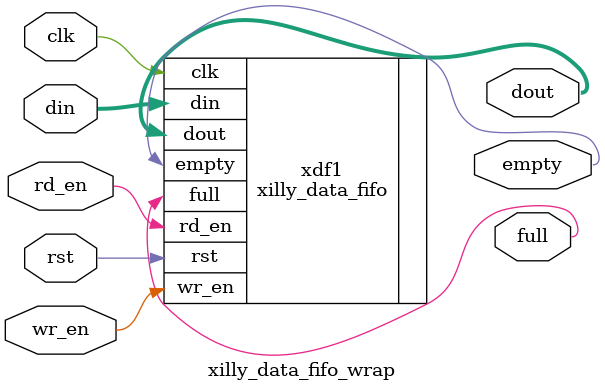
<source format=v>
`timescale 1ns / 1ps
module xilly_data_fifo_wrap( input rst, clk, wr_en, rd_en,
input [31:0] din,
output [31:0] dout,
output full,empty
    );
	 
xilly_data_fifo xdf1(
  .clk(clk), // input clk
  .rst(rst), // input rst
  .din(din), // input [31 : 0] din
  .wr_en(wr_en), // input wr_en
  .rd_en(rd_en), // input rd_en
  .dout(dout), // output [31 : 0] dout
  .full(full), // output full
  .empty(empty) // output empty
);

endmodule

</source>
